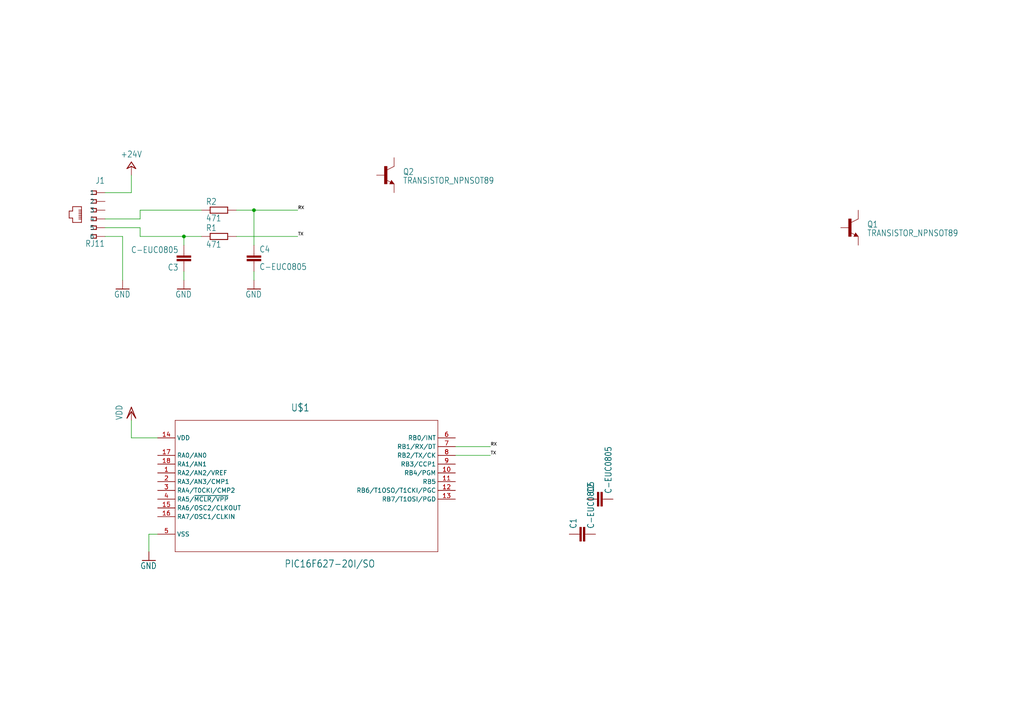
<source format=kicad_sch>
(kicad_sch (version 20231120) (generator "eeschema") (generator_version "8.0")
  (paper "A4")
  (lib_symbols
    (symbol "robomow_city120_terminal-eagle-import:+24V" (power)
      (symbol "+24V_1_0"
        (polyline (pts (xy 0 0) (xy -1.27 -0.635)) (stroke (width 0.254)))
        (polyline (pts (xy 0 1.27) (xy -1.27 -0.635)) (stroke (width 0.254)))
        (polyline (pts (xy 1.27 -0.635) (xy 0 0)) (stroke (width 0.254)))
        (polyline (pts (xy 1.27 -0.635) (xy 0 1.27)) (stroke (width 0.254)))
        (pin power_in line (at 0 -2.54 90) (length 2.54) (name "+24V") (number "1"))
      )
    )
    (symbol "robomow_city120_terminal-eagle-import:C-EUC0805"
      (property "Reference" "C" (at 1.524 0.381 0))
      (symbol "C-EUC0805_1_0"
        (rectangle (start -2.032 -2.032) (end 2.032 -1.524) (fill (type outline)))
        (rectangle (start -2.032 -1.016) (end 2.032 -0.508) (fill (type outline)))
        (polyline (pts (xy 0 -2.54) (xy 0 -2.032)) (stroke (width 0.1524)))
        (polyline (pts (xy 0 0) (xy 0 -0.508)) (stroke (width 0.1524)))
        (pin passive line (at 0 2.54 270) (length 2.54) (name "1") (number "1"))
        (pin passive line (at 0 -5.08 90) (length 2.54) (name "2") (number "2"))
      )
    )
    (symbol "robomow_city120_terminal-eagle-import:GND" (power)
      (symbol "GND_1_0"
        (polyline (pts (xy -1.905 0) (xy 1.905 0)) (stroke (width 0.254)))
        (pin power_in line (at 0 2.54 270) (length 2.54) (name "GND") (number "1"))
      )
    )
    (symbol "robomow_city120_terminal-eagle-import:PIC16F627-20I/SO"
      (symbol "PIC16F627-20I/SO_1_0"
        (polyline (pts (xy -38.1 -22.86) (xy 38.1 -22.86)) (stroke (width 0.1524)))
        (polyline (pts (xy -38.1 15.24) (xy -38.1 -22.86)) (stroke (width 0.1524)))
        (polyline (pts (xy 38.1 -22.86) (xy 38.1 15.24)) (stroke (width 0.1524)))
        (polyline (pts (xy 38.1 15.24) (xy -38.1 15.24)) (stroke (width 0.1524)))
        (pin bidirectional line (at -43.18 0 0) (length 5.08) (name "RA2/AN2/VREF") (number "1"))
        (pin bidirectional line (at 43.18 0 180) (length 5.08) (name "RB4/PGM") (number "10"))
        (pin bidirectional line (at 43.18 -2.54 180) (length 5.08) (name "RB5") (number "11"))
        (pin bidirectional line (at 43.18 -5.08 180) (length 5.08) (name "RB6/T1OSO/T1CKI/PGC") (number "12"))
        (pin bidirectional line (at 43.18 -7.62 180) (length 5.08) (name "RB7/T1OSI/PGD") (number "13"))
        (pin power_in line (at -43.18 10.16 0) (length 5.08) (name "VDD") (number "14"))
        (pin bidirectional line (at -43.18 -10.16 0) (length 5.08) (name "RA6/OSC2/CLKOUT") (number "15"))
        (pin bidirectional line (at -43.18 -12.7 0) (length 5.08) (name "RA7/OSC1/CLKIN") (number "16"))
        (pin bidirectional line (at -43.18 5.08 0) (length 5.08) (name "RA0/AN0") (number "17"))
        (pin bidirectional line (at -43.18 2.54 0) (length 5.08) (name "RA1/AN1") (number "18"))
        (pin bidirectional line (at -43.18 -2.54 0) (length 5.08) (name "RA3/AN3/CMP1") (number "2"))
        (pin bidirectional line (at -43.18 -5.08 0) (length 5.08) (name "RA4/T0CKI/CMP2") (number "3"))
        (pin bidirectional line (at -43.18 -7.62 0) (length 5.08) (name "RA5/~{MCLR/VPP}") (number "4"))
        (pin power_in line (at -43.18 -17.78 0) (length 5.08) (name "VSS") (number "5"))
        (pin bidirectional line (at 43.18 10.16 180) (length 5.08) (name "RB0/INT") (number "6"))
        (pin bidirectional line (at 43.18 7.62 180) (length 5.08) (name "RB1/RX/DT") (number "7"))
        (pin bidirectional line (at 43.18 5.08 180) (length 5.08) (name "RB2/TX/CK") (number "8"))
        (pin bidirectional line (at 43.18 2.54 180) (length 5.08) (name "RB3/CCP1") (number "9"))
      )
    )
    (symbol "robomow_city120_terminal-eagle-import:R-EU_R0805"
      (property "Reference" "R" (at -3.81 1.4986 0))
      (symbol "R-EU_R0805_1_0"
        (polyline (pts (xy -2.54 -0.889) (xy -2.54 0.889)) (stroke (width 0.254)))
        (polyline (pts (xy -2.54 -0.889) (xy 2.54 -0.889)) (stroke (width 0.254)))
        (polyline (pts (xy 2.54 -0.889) (xy 2.54 0.889)) (stroke (width 0.254)))
        (polyline (pts (xy 2.54 0.889) (xy -2.54 0.889)) (stroke (width 0.254)))
        (pin passive line (at -5.08 0 0) (length 2.54) (name "1") (number "1"))
        (pin passive line (at 5.08 0 180) (length 2.54) (name "2") (number "2"))
      )
    )
    (symbol "robomow_city120_terminal-eagle-import:RJ11"
      (property "Reference" "J" (at -2.54 7.62 0))
      (symbol "RJ11_1_0"
        (polyline (pts (xy 0 -8.128) (xy 1.524 -8.128)) (stroke (width 0.254)))
        (polyline (pts (xy 0 -7.112) (xy 0 -8.128)) (stroke (width 0.254)))
        (polyline (pts (xy 0 -5.588) (xy 1.524 -5.588)) (stroke (width 0.254)))
        (polyline (pts (xy 0 -4.572) (xy 0 -5.588)) (stroke (width 0.254)))
        (polyline (pts (xy 0 -3.048) (xy 1.524 -3.048)) (stroke (width 0.254)))
        (polyline (pts (xy 0 -2.032) (xy 0 -3.048)) (stroke (width 0.254)))
        (polyline (pts (xy 0 -0.508) (xy 1.524 -0.508)) (stroke (width 0.254)))
        (polyline (pts (xy 0 0.508) (xy 0 -0.508)) (stroke (width 0.254)))
        (polyline (pts (xy 0 2.032) (xy 1.524 2.032)) (stroke (width 0.254)))
        (polyline (pts (xy 0 3.048) (xy 0 2.032)) (stroke (width 0.254)))
        (polyline (pts (xy 0 4.572) (xy 1.524 4.572)) (stroke (width 0.254)))
        (polyline (pts (xy 0 5.588) (xy 0 4.572)) (stroke (width 0.254)))
        (polyline (pts (xy 1.524 -7.112) (xy 0 -7.112)) (stroke (width 0.254)))
        (polyline (pts (xy 1.524 -4.572) (xy 0 -4.572)) (stroke (width 0.254)))
        (polyline (pts (xy 1.524 -2.032) (xy 0 -2.032)) (stroke (width 0.254)))
        (polyline (pts (xy 1.524 0.508) (xy 0 0.508)) (stroke (width 0.254)))
        (polyline (pts (xy 1.524 3.048) (xy 0 3.048)) (stroke (width 0.254)))
        (polyline (pts (xy 1.524 5.588) (xy 0 5.588)) (stroke (width 0.254)))
        (polyline (pts (xy 4.318 -3.556) (xy 6.858 -3.556)) (stroke (width 0.1998)))
        (polyline (pts (xy 4.318 -2.54) (xy 4.318 -3.556)) (stroke (width 0.1998)))
        (polyline (pts (xy 4.318 -2.54) (xy 5.08 -2.54)) (stroke (width 0.1998)))
        (polyline (pts (xy 4.318 -2.032) (xy 4.318 -2.54)) (stroke (width 0.1998)))
        (polyline (pts (xy 4.318 -2.032) (xy 5.08 -2.032)) (stroke (width 0.1998)))
        (polyline (pts (xy 4.318 -1.524) (xy 4.318 -2.032)) (stroke (width 0.1998)))
        (polyline (pts (xy 4.318 -1.524) (xy 5.08 -1.524)) (stroke (width 0.1998)))
        (polyline (pts (xy 4.318 -1.016) (xy 4.318 -1.524)) (stroke (width 0.1998)))
        (polyline (pts (xy 4.318 -1.016) (xy 5.08 -1.016)) (stroke (width 0.1998)))
        (polyline (pts (xy 4.318 -0.508) (xy 4.318 -1.016)) (stroke (width 0.1998)))
        (polyline (pts (xy 4.318 -0.508) (xy 5.08 -0.508)) (stroke (width 0.1998)))
        (polyline (pts (xy 4.318 0) (xy 4.318 -0.508)) (stroke (width 0.1998)))
        (polyline (pts (xy 4.318 0) (xy 5.08 0)) (stroke (width 0.1998)))
        (polyline (pts (xy 4.318 1.016) (xy 4.318 0)) (stroke (width 0.1998)))
        (polyline (pts (xy 6.858 -3.556) (xy 6.858 -2.286)) (stroke (width 0.1998)))
        (polyline (pts (xy 6.858 -2.286) (xy 7.874 -2.286)) (stroke (width 0.1998)))
        (polyline (pts (xy 6.858 -0.254) (xy 6.858 1.016)) (stroke (width 0.1998)))
        (polyline (pts (xy 6.858 1.016) (xy 4.318 1.016)) (stroke (width 0.1998)))
        (polyline (pts (xy 7.874 -2.286) (xy 7.874 -0.254)) (stroke (width 0.1998)))
        (polyline (pts (xy 7.874 -0.254) (xy 6.858 -0.254)) (stroke (width 0.1998)))
        (pin passive line (at -2.54 5.08 0) (length 2.54) (name "1") (number "1"))
        (pin passive line (at -2.54 2.54 0) (length 2.54) (name "2") (number "2"))
        (pin passive line (at -2.54 0 0) (length 2.54) (name "3") (number "3"))
        (pin passive line (at -2.54 -2.54 0) (length 2.54) (name "4") (number "4"))
        (pin passive line (at -2.54 -5.08 0) (length 2.54) (name "5") (number "5"))
        (pin passive line (at -2.54 -7.62 0) (length 2.54) (name "6") (number "6"))
      )
    )
    (symbol "robomow_city120_terminal-eagle-import:TRANSISTOR_NPNSOT89"
      (property "Reference" "Q" (at 5.08 0 0))
      (symbol "TRANSISTOR_NPNSOT89_1_0"
        (rectangle (start -0.254 -2.54) (end 0.508 2.54) (fill (type outline)))
        (polyline (pts (xy 1.27 -2.54) (xy 1.778 -1.524)) (stroke (width 0.1524)))
        (polyline (pts (xy 1.524 -2.413) (xy 2.286 -2.413)) (stroke (width 0.254)))
        (polyline (pts (xy 1.524 -2.286) (xy 1.905 -2.286)) (stroke (width 0.254)))
        (polyline (pts (xy 1.54 -2.04) (xy 0.308 -1.424)) (stroke (width 0.1524)))
        (polyline (pts (xy 1.778 -1.778) (xy 1.524 -2.286)) (stroke (width 0.254)))
        (polyline (pts (xy 1.778 -1.524) (xy 2.54 -2.54)) (stroke (width 0.1524)))
        (polyline (pts (xy 1.905 -2.286) (xy 1.778 -2.032)) (stroke (width 0.254)))
        (polyline (pts (xy 2.286 -2.413) (xy 1.778 -1.778)) (stroke (width 0.254)))
        (polyline (pts (xy 2.54 -2.54) (xy 1.27 -2.54)) (stroke (width 0.1524)))
        (polyline (pts (xy 2.54 2.54) (xy 0.508 1.524)) (stroke (width 0.1524)))
        (pin passive line (at -2.54 0 0) (length 2.54) (name "B") (number "1"))
        (pin passive line (at 2.54 5.08 270) (length 2.54) (name "C") (number "2"))
        (pin passive line (at 2.54 -5.08 90) (length 2.54) (name "E") (number "3"))
      )
    )
    (symbol "robomow_city120_terminal-eagle-import:VDD" (power)
      (symbol "VDD_1_0"
        (polyline (pts (xy 0 0) (xy -1.27 -1.905)) (stroke (width 0.254)))
        (polyline (pts (xy 0 1.27) (xy -1.27 -1.905)) (stroke (width 0.254)))
        (polyline (pts (xy 1.27 -1.905) (xy 0 0)) (stroke (width 0.254)))
        (polyline (pts (xy 1.27 -1.905) (xy 0 1.27)) (stroke (width 0.254)))
        (pin power_in line (at 0 -2.54 90) (length 2.54) (name "VDD") (number "1"))
      )
    )
  )
  (junction (at 73.66 60.96))
  (junction (at 53.34 68.58))
  (wire (pts (xy 132.08 129.54) (xy 142.24 129.54)) (stroke (width 0.1524)))
  (wire (pts (xy 43.18 154.94) (xy 43.18 160.02)) (stroke (width 0.1524)))
  (wire (pts (xy 58.42 68.58) (xy 53.34 68.58)) (stroke (width 0.1524)))
  (wire (pts (xy 53.34 71.12) (xy 53.34 68.58)) (stroke (width 0.1524)))
  (wire (pts (xy 58.42 60.96) (xy 40.64 60.96)) (stroke (width 0.1524)))
  (wire (pts (xy 38.1 127) (xy 38.1 121.92)) (stroke (width 0.1524)))
  (wire (pts (xy 53.34 68.58) (xy 40.64 68.58)) (stroke (width 0.1524)))
  (wire (pts (xy 73.66 60.96) (xy 86.36 60.96)) (stroke (width 0.1524)))
  (wire (pts (xy 132.08 132.08) (xy 142.24 132.08)) (stroke (width 0.1524)))
  (wire (pts (xy 73.66 81.28) (xy 73.66 78.74)) (stroke (width 0.1524)))
  (wire (pts (xy 38.1 55.88) (xy 38.1 50.8)) (stroke (width 0.1524)))
  (wire (pts (xy 35.56 68.58) (xy 35.56 81.28)) (stroke (width 0.1524)))
  (wire (pts (xy 40.64 66.04) (xy 30.48 66.04)) (stroke (width 0.1524)))
  (wire (pts (xy 73.66 60.96) (xy 68.58 60.96)) (stroke (width 0.1524)))
  (wire (pts (xy 45.72 127) (xy 38.1 127)) (stroke (width 0.1524)))
  (wire (pts (xy 53.34 81.28) (xy 53.34 78.74)) (stroke (width 0.1524)))
  (wire (pts (xy 40.64 60.96) (xy 40.64 63.5)) (stroke (width 0.1524)))
  (wire (pts (xy 45.72 154.94) (xy 43.18 154.94)) (stroke (width 0.1524)))
  (wire (pts (xy 68.58 68.58) (xy 86.36 68.58)) (stroke (width 0.1524)))
  (wire (pts (xy 40.64 63.5) (xy 30.48 63.5)) (stroke (width 0.1524)))
  (wire (pts (xy 30.48 68.58) (xy 35.56 68.58)) (stroke (width 0.1524)))
  (wire (pts (xy 30.48 55.88) (xy 38.1 55.88)) (stroke (width 0.1524)))
  (wire (pts (xy 73.66 71.12) (xy 73.66 60.96)) (stroke (width 0.1524)))
  (wire (pts (xy 40.64 68.58) (xy 40.64 66.04)) (stroke (width 0.1524)))
  (label "TX" (at 86.36 68.58 0) (effects (font (size 0.889 0.889))))
  (label "RX" (at 86.36 60.96 0) (effects (font (size 0.889 0.889))))
  (label "TX" (at 142.24 132.08 0) (effects (font (size 0.889 0.889))))
  (label "RX" (at 142.24 129.54 0) (effects (font (size 0.889 0.889))))
  (symbol (lib_id "robomow_city120_terminal-eagle-import:GND") (at 73.66 83.82 0) (unit 1)
    (property "Reference" "#GND4" (effects (hide yes)))
    (property "Value" "GND" (at 71.12 86.36 0) (effects (font (size 1.778 1.5113)) (justify left bottom)))
  )
  (symbol (lib_id "robomow_city120_terminal-eagle-import:GND") (at 53.34 83.82 0) (unit 1)
    (property "Reference" "#GND3" (effects (hide yes)))
    (property "Value" "GND" (at 50.8 86.36 0) (effects (font (size 1.778 1.5113)) (justify left bottom)))
  )
  (symbol (lib_id "robomow_city120_terminal-eagle-import:RJ11") (at 27.94 60.96 0) (mirror y) (unit 1)
    (property "Reference" "J1" (at 30.48 53.34 0) (effects (font (size 1.778 1.5113)) (justify left bottom)))
    (property "Value" "RJ11" (at 30.48 71.628 0) (effects (font (size 1.778 1.5113)) (justify left bottom)))
    (property "Footprint" "robomow_city120_terminal:RJ11-NO_SHIELD" (effects (hide yes)))
  )
  (symbol (lib_id "robomow_city120_terminal-eagle-import:C-EUC0805") (at 172.72 144.78 90) (unit 1)
    (property "Reference" "C2" (at 172.339 143.256 0) (effects (font (size 1.778 1.5113)) (justify left bottom)))
    (property "Value" "C-EUC0805" (at 177.419 143.256 0) (effects (font (size 1.778 1.5113)) (justify left bottom)))
    (property "Footprint" "robomow_city120_terminal:C0805" (effects (hide yes)))
  )
  (symbol (lib_id "robomow_city120_terminal-eagle-import:GND") (at 43.18 162.56 0) (unit 1)
    (property "Reference" "#GND1" (effects (hide yes)))
    (property "Value" "GND" (at 40.64 165.1 0) (effects (font (size 1.778 1.5113)) (justify left bottom)))
  )
  (symbol (lib_id "robomow_city120_terminal-eagle-import:GND") (at 35.56 83.82 0) (unit 1)
    (property "Reference" "#GND2" (effects (hide yes)))
    (property "Value" "GND" (at 33.02 86.36 0) (effects (font (size 1.778 1.5113)) (justify left bottom)))
  )
  (symbol (lib_id "robomow_city120_terminal-eagle-import:TRANSISTOR_NPNSOT89") (at 111.76 50.8 0) (unit 1)
    (property "Reference" "Q2" (at 116.84 50.8 0) (effects (font (size 1.778 1.5113)) (justify left bottom)))
    (property "Value" "TRANSISTOR_NPNSOT89" (at 116.84 53.34 0) (effects (font (size 1.778 1.5113)) (justify left bottom)))
    (property "Footprint" "robomow_city120_terminal:SOT89" (effects (hide yes)))
  )
  (symbol (lib_id "robomow_city120_terminal-eagle-import:C-EUC0805") (at 53.34 76.2 180) (unit 1)
    (property "Reference" "C3" (at 51.816 76.581 0) (effects (font (size 1.778 1.5113)) (justify left bottom)))
    (property "Value" "C-EUC0805" (at 51.816 71.501 0) (effects (font (size 1.778 1.5113)) (justify left bottom)))
    (property "Footprint" "robomow_city120_terminal:C0805" (effects (hide yes)))
  )
  (symbol (lib_id "robomow_city120_terminal-eagle-import:R-EU_R0805") (at 63.5 68.58 0) (unit 1)
    (property "Reference" "R1" (at 59.69 67.0814 0) (effects (font (size 1.778 1.5113)) (justify left bottom)))
    (property "Value" "471" (at 59.69 71.882 0) (effects (font (size 1.778 1.5113)) (justify left bottom)))
    (property "Footprint" "robomow_city120_terminal:R0805" (effects (hide yes)))
  )
  (symbol (lib_id "robomow_city120_terminal-eagle-import:C-EUC0805") (at 73.66 73.66 0) (unit 1)
    (property "Reference" "C4" (at 75.184 73.279 0) (effects (font (size 1.778 1.5113)) (justify left bottom)))
    (property "Value" "C-EUC0805" (at 75.184 78.359 0) (effects (font (size 1.778 1.5113)) (justify left bottom)))
    (property "Footprint" "robomow_city120_terminal:C0805" (effects (hide yes)))
  )
  (symbol (lib_id "robomow_city120_terminal-eagle-import:PIC16F627-20I/SO") (at 88.9 137.16 0) (unit 1)
    (property "Reference" "U$1" (at 84.328 119.38 0) (effects (font (size 2.0828 1.7703)) (justify left bottom)))
    (property "Value" "PIC16F627-20I/SO" (at 82.4484 164.6682 0) (effects (font (size 2.0828 1.7703)) (justify left bottom)))
    (property "Footprint" "robomow_city120_terminal:SOIC127P1030X265-18N" (effects (hide yes)))
  )
  (symbol (lib_id "robomow_city120_terminal-eagle-import:R-EU_R0805") (at 63.5 60.96 0) (unit 1)
    (property "Reference" "R2" (at 59.69 59.4614 0) (effects (font (size 1.778 1.5113)) (justify left bottom)))
    (property "Value" "471" (at 59.69 64.262 0) (effects (font (size 1.778 1.5113)) (justify left bottom)))
    (property "Footprint" "robomow_city120_terminal:R0805" (effects (hide yes)))
  )
  (symbol (lib_id "robomow_city120_terminal-eagle-import:C-EUC0805") (at 167.64 154.94 90) (unit 1)
    (property "Reference" "C1" (at 167.259 153.416 0) (effects (font (size 1.778 1.5113)) (justify left bottom)))
    (property "Value" "C-EUC0805" (at 172.339 153.416 0) (effects (font (size 1.778 1.5113)) (justify left bottom)))
    (property "Footprint" "robomow_city120_terminal:C0805" (effects (hide yes)))
  )
  (symbol (lib_id "robomow_city120_terminal-eagle-import:VDD") (at 38.1 119.38 0) (unit 1)
    (property "Reference" "#VDD1" (effects (hide yes)))
    (property "Value" "VDD" (at 35.56 121.92 90) (effects (font (size 1.778 1.5113)) (justify left bottom)))
  )
  (symbol (lib_id "robomow_city120_terminal-eagle-import:TRANSISTOR_NPNSOT89") (at 246.38 66.04 0) (unit 1)
    (property "Reference" "Q1" (at 251.46 66.04 0) (effects (font (size 1.778 1.5113)) (justify left bottom)))
    (property "Value" "TRANSISTOR_NPNSOT89" (at 251.46 68.58 0) (effects (font (size 1.778 1.5113)) (justify left bottom)))
    (property "Footprint" "robomow_city120_terminal:SOT89" (effects (hide yes)))
  )
  (symbol (lib_id "robomow_city120_terminal-eagle-import:+24V") (at 38.1 48.26 0) (unit 1)
    (property "Reference" "#P+1" (effects (hide yes)))
    (property "Value" "+24V" (at 38.1 45.72 0) (effects (font (size 1.778 1.5113)) (justify bottom)))
  )
)
</source>
